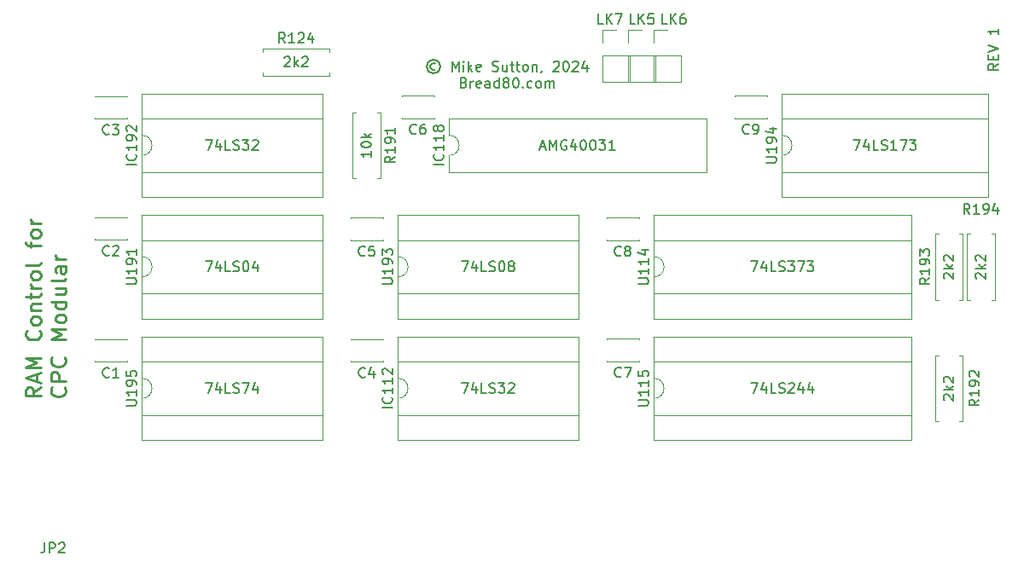
<source format=gto>
G04 #@! TF.GenerationSoftware,KiCad,Pcbnew,(5.1.12)-1*
G04 #@! TF.CreationDate,2024-01-30T17:02:35+00:00*
G04 #@! TF.ProjectId,CPCRAMCtrl,43504352-414d-4437-9472-6c2e6b696361,rev?*
G04 #@! TF.SameCoordinates,Original*
G04 #@! TF.FileFunction,Legend,Top*
G04 #@! TF.FilePolarity,Positive*
%FSLAX46Y46*%
G04 Gerber Fmt 4.6, Leading zero omitted, Abs format (unit mm)*
G04 Created by KiCad (PCBNEW (5.1.12)-1) date 2024-01-30 17:02:35*
%MOMM*%
%LPD*%
G01*
G04 APERTURE LIST*
%ADD10C,0.150000*%
%ADD11C,0.250000*%
%ADD12C,0.120000*%
G04 APERTURE END LIST*
D10*
X196057142Y-108720476D02*
X195961904Y-108672857D01*
X195771428Y-108672857D01*
X195676190Y-108720476D01*
X195580952Y-108815714D01*
X195533333Y-108910952D01*
X195533333Y-109101428D01*
X195580952Y-109196666D01*
X195676190Y-109291904D01*
X195771428Y-109339523D01*
X195961904Y-109339523D01*
X196057142Y-109291904D01*
X195866666Y-108339523D02*
X195628571Y-108387142D01*
X195390476Y-108530000D01*
X195247619Y-108768095D01*
X195200000Y-109006190D01*
X195247619Y-109244285D01*
X195390476Y-109482380D01*
X195628571Y-109625238D01*
X195866666Y-109672857D01*
X196104761Y-109625238D01*
X196342857Y-109482380D01*
X196485714Y-109244285D01*
X196533333Y-109006190D01*
X196485714Y-108768095D01*
X196342857Y-108530000D01*
X196104761Y-108387142D01*
X195866666Y-108339523D01*
X197723809Y-109482380D02*
X197723809Y-108482380D01*
X198057142Y-109196666D01*
X198390476Y-108482380D01*
X198390476Y-109482380D01*
X198866666Y-109482380D02*
X198866666Y-108815714D01*
X198866666Y-108482380D02*
X198819047Y-108530000D01*
X198866666Y-108577619D01*
X198914285Y-108530000D01*
X198866666Y-108482380D01*
X198866666Y-108577619D01*
X199342857Y-109482380D02*
X199342857Y-108482380D01*
X199438095Y-109101428D02*
X199723809Y-109482380D01*
X199723809Y-108815714D02*
X199342857Y-109196666D01*
X200533333Y-109434761D02*
X200438095Y-109482380D01*
X200247619Y-109482380D01*
X200152380Y-109434761D01*
X200104761Y-109339523D01*
X200104761Y-108958571D01*
X200152380Y-108863333D01*
X200247619Y-108815714D01*
X200438095Y-108815714D01*
X200533333Y-108863333D01*
X200580952Y-108958571D01*
X200580952Y-109053809D01*
X200104761Y-109149047D01*
X201723809Y-109434761D02*
X201866666Y-109482380D01*
X202104761Y-109482380D01*
X202200000Y-109434761D01*
X202247619Y-109387142D01*
X202295238Y-109291904D01*
X202295238Y-109196666D01*
X202247619Y-109101428D01*
X202200000Y-109053809D01*
X202104761Y-109006190D01*
X201914285Y-108958571D01*
X201819047Y-108910952D01*
X201771428Y-108863333D01*
X201723809Y-108768095D01*
X201723809Y-108672857D01*
X201771428Y-108577619D01*
X201819047Y-108530000D01*
X201914285Y-108482380D01*
X202152380Y-108482380D01*
X202295238Y-108530000D01*
X203152380Y-108815714D02*
X203152380Y-109482380D01*
X202723809Y-108815714D02*
X202723809Y-109339523D01*
X202771428Y-109434761D01*
X202866666Y-109482380D01*
X203009523Y-109482380D01*
X203104761Y-109434761D01*
X203152380Y-109387142D01*
X203485714Y-108815714D02*
X203866666Y-108815714D01*
X203628571Y-108482380D02*
X203628571Y-109339523D01*
X203676190Y-109434761D01*
X203771428Y-109482380D01*
X203866666Y-109482380D01*
X204057142Y-108815714D02*
X204438095Y-108815714D01*
X204200000Y-108482380D02*
X204200000Y-109339523D01*
X204247619Y-109434761D01*
X204342857Y-109482380D01*
X204438095Y-109482380D01*
X204914285Y-109482380D02*
X204819047Y-109434761D01*
X204771428Y-109387142D01*
X204723809Y-109291904D01*
X204723809Y-109006190D01*
X204771428Y-108910952D01*
X204819047Y-108863333D01*
X204914285Y-108815714D01*
X205057142Y-108815714D01*
X205152380Y-108863333D01*
X205200000Y-108910952D01*
X205247619Y-109006190D01*
X205247619Y-109291904D01*
X205200000Y-109387142D01*
X205152380Y-109434761D01*
X205057142Y-109482380D01*
X204914285Y-109482380D01*
X205676190Y-108815714D02*
X205676190Y-109482380D01*
X205676190Y-108910952D02*
X205723809Y-108863333D01*
X205819047Y-108815714D01*
X205961904Y-108815714D01*
X206057142Y-108863333D01*
X206104761Y-108958571D01*
X206104761Y-109482380D01*
X206628571Y-109434761D02*
X206628571Y-109482380D01*
X206580952Y-109577619D01*
X206533333Y-109625238D01*
X207771428Y-108577619D02*
X207819047Y-108530000D01*
X207914285Y-108482380D01*
X208152380Y-108482380D01*
X208247619Y-108530000D01*
X208295238Y-108577619D01*
X208342857Y-108672857D01*
X208342857Y-108768095D01*
X208295238Y-108910952D01*
X207723809Y-109482380D01*
X208342857Y-109482380D01*
X208961904Y-108482380D02*
X209057142Y-108482380D01*
X209152380Y-108530000D01*
X209200000Y-108577619D01*
X209247619Y-108672857D01*
X209295238Y-108863333D01*
X209295238Y-109101428D01*
X209247619Y-109291904D01*
X209200000Y-109387142D01*
X209152380Y-109434761D01*
X209057142Y-109482380D01*
X208961904Y-109482380D01*
X208866666Y-109434761D01*
X208819047Y-109387142D01*
X208771428Y-109291904D01*
X208723809Y-109101428D01*
X208723809Y-108863333D01*
X208771428Y-108672857D01*
X208819047Y-108577619D01*
X208866666Y-108530000D01*
X208961904Y-108482380D01*
X209676190Y-108577619D02*
X209723809Y-108530000D01*
X209819047Y-108482380D01*
X210057142Y-108482380D01*
X210152380Y-108530000D01*
X210200000Y-108577619D01*
X210247619Y-108672857D01*
X210247619Y-108768095D01*
X210200000Y-108910952D01*
X209628571Y-109482380D01*
X210247619Y-109482380D01*
X211104761Y-108815714D02*
X211104761Y-109482380D01*
X210866666Y-108434761D02*
X210628571Y-109149047D01*
X211247619Y-109149047D01*
X198890476Y-110608571D02*
X199033333Y-110656190D01*
X199080952Y-110703809D01*
X199128571Y-110799047D01*
X199128571Y-110941904D01*
X199080952Y-111037142D01*
X199033333Y-111084761D01*
X198938095Y-111132380D01*
X198557142Y-111132380D01*
X198557142Y-110132380D01*
X198890476Y-110132380D01*
X198985714Y-110180000D01*
X199033333Y-110227619D01*
X199080952Y-110322857D01*
X199080952Y-110418095D01*
X199033333Y-110513333D01*
X198985714Y-110560952D01*
X198890476Y-110608571D01*
X198557142Y-110608571D01*
X199557142Y-111132380D02*
X199557142Y-110465714D01*
X199557142Y-110656190D02*
X199604761Y-110560952D01*
X199652380Y-110513333D01*
X199747619Y-110465714D01*
X199842857Y-110465714D01*
X200557142Y-111084761D02*
X200461904Y-111132380D01*
X200271428Y-111132380D01*
X200176190Y-111084761D01*
X200128571Y-110989523D01*
X200128571Y-110608571D01*
X200176190Y-110513333D01*
X200271428Y-110465714D01*
X200461904Y-110465714D01*
X200557142Y-110513333D01*
X200604761Y-110608571D01*
X200604761Y-110703809D01*
X200128571Y-110799047D01*
X201461904Y-111132380D02*
X201461904Y-110608571D01*
X201414285Y-110513333D01*
X201319047Y-110465714D01*
X201128571Y-110465714D01*
X201033333Y-110513333D01*
X201461904Y-111084761D02*
X201366666Y-111132380D01*
X201128571Y-111132380D01*
X201033333Y-111084761D01*
X200985714Y-110989523D01*
X200985714Y-110894285D01*
X201033333Y-110799047D01*
X201128571Y-110751428D01*
X201366666Y-110751428D01*
X201461904Y-110703809D01*
X202366666Y-111132380D02*
X202366666Y-110132380D01*
X202366666Y-111084761D02*
X202271428Y-111132380D01*
X202080952Y-111132380D01*
X201985714Y-111084761D01*
X201938095Y-111037142D01*
X201890476Y-110941904D01*
X201890476Y-110656190D01*
X201938095Y-110560952D01*
X201985714Y-110513333D01*
X202080952Y-110465714D01*
X202271428Y-110465714D01*
X202366666Y-110513333D01*
X202985714Y-110560952D02*
X202890476Y-110513333D01*
X202842857Y-110465714D01*
X202795238Y-110370476D01*
X202795238Y-110322857D01*
X202842857Y-110227619D01*
X202890476Y-110180000D01*
X202985714Y-110132380D01*
X203176190Y-110132380D01*
X203271428Y-110180000D01*
X203319047Y-110227619D01*
X203366666Y-110322857D01*
X203366666Y-110370476D01*
X203319047Y-110465714D01*
X203271428Y-110513333D01*
X203176190Y-110560952D01*
X202985714Y-110560952D01*
X202890476Y-110608571D01*
X202842857Y-110656190D01*
X202795238Y-110751428D01*
X202795238Y-110941904D01*
X202842857Y-111037142D01*
X202890476Y-111084761D01*
X202985714Y-111132380D01*
X203176190Y-111132380D01*
X203271428Y-111084761D01*
X203319047Y-111037142D01*
X203366666Y-110941904D01*
X203366666Y-110751428D01*
X203319047Y-110656190D01*
X203271428Y-110608571D01*
X203176190Y-110560952D01*
X203985714Y-110132380D02*
X204080952Y-110132380D01*
X204176190Y-110180000D01*
X204223809Y-110227619D01*
X204271428Y-110322857D01*
X204319047Y-110513333D01*
X204319047Y-110751428D01*
X204271428Y-110941904D01*
X204223809Y-111037142D01*
X204176190Y-111084761D01*
X204080952Y-111132380D01*
X203985714Y-111132380D01*
X203890476Y-111084761D01*
X203842857Y-111037142D01*
X203795238Y-110941904D01*
X203747619Y-110751428D01*
X203747619Y-110513333D01*
X203795238Y-110322857D01*
X203842857Y-110227619D01*
X203890476Y-110180000D01*
X203985714Y-110132380D01*
X204747619Y-111037142D02*
X204795238Y-111084761D01*
X204747619Y-111132380D01*
X204700000Y-111084761D01*
X204747619Y-111037142D01*
X204747619Y-111132380D01*
X205652380Y-111084761D02*
X205557142Y-111132380D01*
X205366666Y-111132380D01*
X205271428Y-111084761D01*
X205223809Y-111037142D01*
X205176190Y-110941904D01*
X205176190Y-110656190D01*
X205223809Y-110560952D01*
X205271428Y-110513333D01*
X205366666Y-110465714D01*
X205557142Y-110465714D01*
X205652380Y-110513333D01*
X206223809Y-111132380D02*
X206128571Y-111084761D01*
X206080952Y-111037142D01*
X206033333Y-110941904D01*
X206033333Y-110656190D01*
X206080952Y-110560952D01*
X206128571Y-110513333D01*
X206223809Y-110465714D01*
X206366666Y-110465714D01*
X206461904Y-110513333D01*
X206509523Y-110560952D01*
X206557142Y-110656190D01*
X206557142Y-110941904D01*
X206509523Y-111037142D01*
X206461904Y-111084761D01*
X206366666Y-111132380D01*
X206223809Y-111132380D01*
X206985714Y-111132380D02*
X206985714Y-110465714D01*
X206985714Y-110560952D02*
X207033333Y-110513333D01*
X207128571Y-110465714D01*
X207271428Y-110465714D01*
X207366666Y-110513333D01*
X207414285Y-110608571D01*
X207414285Y-111132380D01*
X207414285Y-110608571D02*
X207461904Y-110513333D01*
X207557142Y-110465714D01*
X207700000Y-110465714D01*
X207795238Y-110513333D01*
X207842857Y-110608571D01*
X207842857Y-111132380D01*
X251912380Y-108743571D02*
X251436190Y-109076904D01*
X251912380Y-109315000D02*
X250912380Y-109315000D01*
X250912380Y-108934047D01*
X250960000Y-108838809D01*
X251007619Y-108791190D01*
X251102857Y-108743571D01*
X251245714Y-108743571D01*
X251340952Y-108791190D01*
X251388571Y-108838809D01*
X251436190Y-108934047D01*
X251436190Y-109315000D01*
X251388571Y-108315000D02*
X251388571Y-107981666D01*
X251912380Y-107838809D02*
X251912380Y-108315000D01*
X250912380Y-108315000D01*
X250912380Y-107838809D01*
X250912380Y-107553095D02*
X251912380Y-107219761D01*
X250912380Y-106886428D01*
X251912380Y-105267380D02*
X251912380Y-105838809D01*
X251912380Y-105553095D02*
X250912380Y-105553095D01*
X251055238Y-105648333D01*
X251150476Y-105743571D01*
X251198095Y-105838809D01*
D11*
X156908571Y-140863214D02*
X156194285Y-141363214D01*
X156908571Y-141720357D02*
X155408571Y-141720357D01*
X155408571Y-141148928D01*
X155480000Y-141006071D01*
X155551428Y-140934642D01*
X155694285Y-140863214D01*
X155908571Y-140863214D01*
X156051428Y-140934642D01*
X156122857Y-141006071D01*
X156194285Y-141148928D01*
X156194285Y-141720357D01*
X156480000Y-140291785D02*
X156480000Y-139577500D01*
X156908571Y-140434642D02*
X155408571Y-139934642D01*
X156908571Y-139434642D01*
X156908571Y-138934642D02*
X155408571Y-138934642D01*
X156480000Y-138434642D01*
X155408571Y-137934642D01*
X156908571Y-137934642D01*
X156765714Y-135220357D02*
X156837142Y-135291785D01*
X156908571Y-135506071D01*
X156908571Y-135648928D01*
X156837142Y-135863214D01*
X156694285Y-136006071D01*
X156551428Y-136077500D01*
X156265714Y-136148928D01*
X156051428Y-136148928D01*
X155765714Y-136077500D01*
X155622857Y-136006071D01*
X155480000Y-135863214D01*
X155408571Y-135648928D01*
X155408571Y-135506071D01*
X155480000Y-135291785D01*
X155551428Y-135220357D01*
X156908571Y-134363214D02*
X156837142Y-134506071D01*
X156765714Y-134577500D01*
X156622857Y-134648928D01*
X156194285Y-134648928D01*
X156051428Y-134577500D01*
X155980000Y-134506071D01*
X155908571Y-134363214D01*
X155908571Y-134148928D01*
X155980000Y-134006071D01*
X156051428Y-133934642D01*
X156194285Y-133863214D01*
X156622857Y-133863214D01*
X156765714Y-133934642D01*
X156837142Y-134006071D01*
X156908571Y-134148928D01*
X156908571Y-134363214D01*
X155908571Y-133220357D02*
X156908571Y-133220357D01*
X156051428Y-133220357D02*
X155980000Y-133148928D01*
X155908571Y-133006071D01*
X155908571Y-132791785D01*
X155980000Y-132648928D01*
X156122857Y-132577500D01*
X156908571Y-132577500D01*
X155908571Y-132077500D02*
X155908571Y-131506071D01*
X155408571Y-131863214D02*
X156694285Y-131863214D01*
X156837142Y-131791785D01*
X156908571Y-131648928D01*
X156908571Y-131506071D01*
X156908571Y-131006071D02*
X155908571Y-131006071D01*
X156194285Y-131006071D02*
X156051428Y-130934642D01*
X155980000Y-130863214D01*
X155908571Y-130720357D01*
X155908571Y-130577500D01*
X156908571Y-129863214D02*
X156837142Y-130006071D01*
X156765714Y-130077500D01*
X156622857Y-130148928D01*
X156194285Y-130148928D01*
X156051428Y-130077500D01*
X155980000Y-130006071D01*
X155908571Y-129863214D01*
X155908571Y-129648928D01*
X155980000Y-129506071D01*
X156051428Y-129434642D01*
X156194285Y-129363214D01*
X156622857Y-129363214D01*
X156765714Y-129434642D01*
X156837142Y-129506071D01*
X156908571Y-129648928D01*
X156908571Y-129863214D01*
X156908571Y-128506071D02*
X156837142Y-128648928D01*
X156694285Y-128720357D01*
X155408571Y-128720357D01*
X155908571Y-127006071D02*
X155908571Y-126434642D01*
X156908571Y-126791785D02*
X155622857Y-126791785D01*
X155480000Y-126720357D01*
X155408571Y-126577500D01*
X155408571Y-126434642D01*
X156908571Y-125720357D02*
X156837142Y-125863214D01*
X156765714Y-125934642D01*
X156622857Y-126006071D01*
X156194285Y-126006071D01*
X156051428Y-125934642D01*
X155980000Y-125863214D01*
X155908571Y-125720357D01*
X155908571Y-125506071D01*
X155980000Y-125363214D01*
X156051428Y-125291785D01*
X156194285Y-125220357D01*
X156622857Y-125220357D01*
X156765714Y-125291785D01*
X156837142Y-125363214D01*
X156908571Y-125506071D01*
X156908571Y-125720357D01*
X156908571Y-124577500D02*
X155908571Y-124577500D01*
X156194285Y-124577500D02*
X156051428Y-124506071D01*
X155980000Y-124434642D01*
X155908571Y-124291785D01*
X155908571Y-124148928D01*
X159265714Y-140863214D02*
X159337142Y-140934642D01*
X159408571Y-141148928D01*
X159408571Y-141291785D01*
X159337142Y-141506071D01*
X159194285Y-141648928D01*
X159051428Y-141720357D01*
X158765714Y-141791785D01*
X158551428Y-141791785D01*
X158265714Y-141720357D01*
X158122857Y-141648928D01*
X157980000Y-141506071D01*
X157908571Y-141291785D01*
X157908571Y-141148928D01*
X157980000Y-140934642D01*
X158051428Y-140863214D01*
X159408571Y-140220357D02*
X157908571Y-140220357D01*
X157908571Y-139648928D01*
X157980000Y-139506071D01*
X158051428Y-139434642D01*
X158194285Y-139363214D01*
X158408571Y-139363214D01*
X158551428Y-139434642D01*
X158622857Y-139506071D01*
X158694285Y-139648928D01*
X158694285Y-140220357D01*
X159265714Y-137863214D02*
X159337142Y-137934642D01*
X159408571Y-138148928D01*
X159408571Y-138291785D01*
X159337142Y-138506071D01*
X159194285Y-138648928D01*
X159051428Y-138720357D01*
X158765714Y-138791785D01*
X158551428Y-138791785D01*
X158265714Y-138720357D01*
X158122857Y-138648928D01*
X157980000Y-138506071D01*
X157908571Y-138291785D01*
X157908571Y-138148928D01*
X157980000Y-137934642D01*
X158051428Y-137863214D01*
X159408571Y-136077500D02*
X157908571Y-136077500D01*
X158980000Y-135577500D01*
X157908571Y-135077500D01*
X159408571Y-135077500D01*
X159408571Y-134148928D02*
X159337142Y-134291785D01*
X159265714Y-134363214D01*
X159122857Y-134434642D01*
X158694285Y-134434642D01*
X158551428Y-134363214D01*
X158480000Y-134291785D01*
X158408571Y-134148928D01*
X158408571Y-133934642D01*
X158480000Y-133791785D01*
X158551428Y-133720357D01*
X158694285Y-133648928D01*
X159122857Y-133648928D01*
X159265714Y-133720357D01*
X159337142Y-133791785D01*
X159408571Y-133934642D01*
X159408571Y-134148928D01*
X159408571Y-132363214D02*
X157908571Y-132363214D01*
X159337142Y-132363214D02*
X159408571Y-132506071D01*
X159408571Y-132791785D01*
X159337142Y-132934642D01*
X159265714Y-133006071D01*
X159122857Y-133077500D01*
X158694285Y-133077500D01*
X158551428Y-133006071D01*
X158480000Y-132934642D01*
X158408571Y-132791785D01*
X158408571Y-132506071D01*
X158480000Y-132363214D01*
X158408571Y-131006071D02*
X159408571Y-131006071D01*
X158408571Y-131648928D02*
X159194285Y-131648928D01*
X159337142Y-131577500D01*
X159408571Y-131434642D01*
X159408571Y-131220357D01*
X159337142Y-131077500D01*
X159265714Y-131006071D01*
X159408571Y-130077500D02*
X159337142Y-130220357D01*
X159194285Y-130291785D01*
X157908571Y-130291785D01*
X159408571Y-128863214D02*
X158622857Y-128863214D01*
X158480000Y-128934642D01*
X158408571Y-129077500D01*
X158408571Y-129363214D01*
X158480000Y-129506071D01*
X159337142Y-128863214D02*
X159408571Y-129006071D01*
X159408571Y-129363214D01*
X159337142Y-129506071D01*
X159194285Y-129577500D01*
X159051428Y-129577500D01*
X158908571Y-129506071D01*
X158837142Y-129363214D01*
X158837142Y-129006071D01*
X158765714Y-128863214D01*
X159408571Y-128148928D02*
X158408571Y-128148928D01*
X158694285Y-128148928D02*
X158551428Y-128077500D01*
X158480000Y-128006071D01*
X158408571Y-127863214D01*
X158408571Y-127720357D01*
D12*
X217745000Y-129905000D02*
X217745000Y-131555000D01*
X217745000Y-131555000D02*
X243265000Y-131555000D01*
X243265000Y-131555000D02*
X243265000Y-126255000D01*
X243265000Y-126255000D02*
X217745000Y-126255000D01*
X217745000Y-126255000D02*
X217745000Y-127905000D01*
X217685000Y-134045000D02*
X243325000Y-134045000D01*
X243325000Y-134045000D02*
X243325000Y-123765000D01*
X243325000Y-123765000D02*
X217685000Y-123765000D01*
X217685000Y-123765000D02*
X217685000Y-134045000D01*
X217745000Y-127905000D02*
G75*
G02*
X217745000Y-129905000I0J-1000000D01*
G01*
X192285000Y-135830000D02*
X192285000Y-146110000D01*
X210305000Y-135830000D02*
X192285000Y-135830000D01*
X210305000Y-146110000D02*
X210305000Y-135830000D01*
X192285000Y-146110000D02*
X210305000Y-146110000D01*
X192345000Y-138320000D02*
X192345000Y-139970000D01*
X210245000Y-138320000D02*
X192345000Y-138320000D01*
X210245000Y-143620000D02*
X210245000Y-138320000D01*
X192345000Y-143620000D02*
X210245000Y-143620000D01*
X192345000Y-141970000D02*
X192345000Y-143620000D01*
X192345000Y-139970000D02*
G75*
G02*
X192345000Y-141970000I0J-1000000D01*
G01*
X178975000Y-107545000D02*
X178975000Y-107215000D01*
X178975000Y-107215000D02*
X185515000Y-107215000D01*
X185515000Y-107215000D02*
X185515000Y-107545000D01*
X178975000Y-109625000D02*
X178975000Y-109955000D01*
X178975000Y-109955000D02*
X185515000Y-109955000D01*
X185515000Y-109955000D02*
X185515000Y-109625000D01*
X166945000Y-141970000D02*
X166945000Y-143620000D01*
X166945000Y-143620000D02*
X184845000Y-143620000D01*
X184845000Y-143620000D02*
X184845000Y-138320000D01*
X184845000Y-138320000D02*
X166945000Y-138320000D01*
X166945000Y-138320000D02*
X166945000Y-139970000D01*
X166885000Y-146110000D02*
X184905000Y-146110000D01*
X184905000Y-146110000D02*
X184905000Y-135830000D01*
X184905000Y-135830000D02*
X166885000Y-135830000D01*
X166885000Y-135830000D02*
X166885000Y-146110000D01*
X166945000Y-139970000D02*
G75*
G02*
X166945000Y-141970000I0J-1000000D01*
G01*
X230445000Y-117840000D02*
X230445000Y-119490000D01*
X230445000Y-119490000D02*
X250885000Y-119490000D01*
X250885000Y-119490000D02*
X250885000Y-114190000D01*
X250885000Y-114190000D02*
X230445000Y-114190000D01*
X230445000Y-114190000D02*
X230445000Y-115840000D01*
X230385000Y-121980000D02*
X250945000Y-121980000D01*
X250945000Y-121980000D02*
X250945000Y-111700000D01*
X250945000Y-111700000D02*
X230385000Y-111700000D01*
X230385000Y-111700000D02*
X230385000Y-121980000D01*
X230445000Y-115840000D02*
G75*
G02*
X230445000Y-117840000I0J-1000000D01*
G01*
X192345000Y-129905000D02*
X192345000Y-131555000D01*
X192345000Y-131555000D02*
X210245000Y-131555000D01*
X210245000Y-131555000D02*
X210245000Y-126255000D01*
X210245000Y-126255000D02*
X192345000Y-126255000D01*
X192345000Y-126255000D02*
X192345000Y-127905000D01*
X192285000Y-134045000D02*
X210305000Y-134045000D01*
X210305000Y-134045000D02*
X210305000Y-123765000D01*
X210305000Y-123765000D02*
X192285000Y-123765000D01*
X192285000Y-123765000D02*
X192285000Y-134045000D01*
X192345000Y-127905000D02*
G75*
G02*
X192345000Y-129905000I0J-1000000D01*
G01*
X166945000Y-129905000D02*
X166945000Y-131555000D01*
X166945000Y-131555000D02*
X184845000Y-131555000D01*
X184845000Y-131555000D02*
X184845000Y-126255000D01*
X184845000Y-126255000D02*
X166945000Y-126255000D01*
X166945000Y-126255000D02*
X166945000Y-127905000D01*
X166885000Y-134045000D02*
X184905000Y-134045000D01*
X184905000Y-134045000D02*
X184905000Y-123765000D01*
X184905000Y-123765000D02*
X166885000Y-123765000D01*
X166885000Y-123765000D02*
X166885000Y-134045000D01*
X166945000Y-127905000D02*
G75*
G02*
X166945000Y-129905000I0J-1000000D01*
G01*
X217745000Y-141970000D02*
X217745000Y-143620000D01*
X217745000Y-143620000D02*
X243265000Y-143620000D01*
X243265000Y-143620000D02*
X243265000Y-138320000D01*
X243265000Y-138320000D02*
X217745000Y-138320000D01*
X217745000Y-138320000D02*
X217745000Y-139970000D01*
X217685000Y-146110000D02*
X243325000Y-146110000D01*
X243325000Y-146110000D02*
X243325000Y-135830000D01*
X243325000Y-135830000D02*
X217685000Y-135830000D01*
X217685000Y-135830000D02*
X217685000Y-146110000D01*
X217745000Y-139970000D02*
G75*
G02*
X217745000Y-141970000I0J-1000000D01*
G01*
X249150000Y-132175000D02*
X248820000Y-132175000D01*
X248820000Y-132175000D02*
X248820000Y-125635000D01*
X248820000Y-125635000D02*
X249150000Y-125635000D01*
X251230000Y-132175000D02*
X251560000Y-132175000D01*
X251560000Y-132175000D02*
X251560000Y-125635000D01*
X251560000Y-125635000D02*
X251230000Y-125635000D01*
X245975000Y-132175000D02*
X245645000Y-132175000D01*
X245645000Y-132175000D02*
X245645000Y-125635000D01*
X245645000Y-125635000D02*
X245975000Y-125635000D01*
X248055000Y-132175000D02*
X248385000Y-132175000D01*
X248385000Y-132175000D02*
X248385000Y-125635000D01*
X248385000Y-125635000D02*
X248055000Y-125635000D01*
X245975000Y-144240000D02*
X245645000Y-144240000D01*
X245645000Y-144240000D02*
X245645000Y-137700000D01*
X245645000Y-137700000D02*
X245975000Y-137700000D01*
X248055000Y-144240000D02*
X248385000Y-144240000D01*
X248385000Y-144240000D02*
X248385000Y-137700000D01*
X248385000Y-137700000D02*
X248055000Y-137700000D01*
X190270000Y-113570000D02*
X190600000Y-113570000D01*
X190600000Y-113570000D02*
X190600000Y-120110000D01*
X190600000Y-120110000D02*
X190270000Y-120110000D01*
X188190000Y-113570000D02*
X187860000Y-113570000D01*
X187860000Y-113570000D02*
X187860000Y-120110000D01*
X187860000Y-120110000D02*
X188190000Y-120110000D01*
X166945000Y-117840000D02*
X166945000Y-119490000D01*
X166945000Y-119490000D02*
X184845000Y-119490000D01*
X184845000Y-119490000D02*
X184845000Y-114190000D01*
X184845000Y-114190000D02*
X166945000Y-114190000D01*
X166945000Y-114190000D02*
X166945000Y-115840000D01*
X166885000Y-121980000D02*
X184905000Y-121980000D01*
X184905000Y-121980000D02*
X184905000Y-111700000D01*
X184905000Y-111700000D02*
X166885000Y-111700000D01*
X166885000Y-111700000D02*
X166885000Y-121980000D01*
X166945000Y-115840000D02*
G75*
G02*
X166945000Y-117840000I0J-1000000D01*
G01*
X228970000Y-114150000D02*
X225730000Y-114150000D01*
X228970000Y-111910000D02*
X225730000Y-111910000D01*
X228970000Y-114150000D02*
X228970000Y-114085000D01*
X228970000Y-111975000D02*
X228970000Y-111910000D01*
X225730000Y-114150000D02*
X225730000Y-114085000D01*
X225730000Y-111975000D02*
X225730000Y-111910000D01*
X212665000Y-105350000D02*
X213995000Y-105350000D01*
X212665000Y-106680000D02*
X212665000Y-105350000D01*
X212665000Y-107950000D02*
X215325000Y-107950000D01*
X215325000Y-107950000D02*
X215325000Y-110550000D01*
X212665000Y-107950000D02*
X212665000Y-110550000D01*
X212665000Y-110550000D02*
X215325000Y-110550000D01*
X217745000Y-105350000D02*
X219075000Y-105350000D01*
X217745000Y-106680000D02*
X217745000Y-105350000D01*
X217745000Y-107950000D02*
X220405000Y-107950000D01*
X220405000Y-107950000D02*
X220405000Y-110550000D01*
X217745000Y-107950000D02*
X217745000Y-110550000D01*
X217745000Y-110550000D02*
X220405000Y-110550000D01*
X215205000Y-105350000D02*
X216535000Y-105350000D01*
X215205000Y-106680000D02*
X215205000Y-105350000D01*
X215205000Y-107950000D02*
X217865000Y-107950000D01*
X217865000Y-107950000D02*
X217865000Y-110550000D01*
X215205000Y-107950000D02*
X215205000Y-110550000D01*
X215205000Y-110550000D02*
X217865000Y-110550000D01*
X197425000Y-114190000D02*
X197425000Y-115840000D01*
X222945000Y-114190000D02*
X197425000Y-114190000D01*
X222945000Y-119490000D02*
X222945000Y-114190000D01*
X197425000Y-119490000D02*
X222945000Y-119490000D01*
X197425000Y-117840000D02*
X197425000Y-119490000D01*
X197425000Y-115840000D02*
G75*
G02*
X197425000Y-117840000I0J-1000000D01*
G01*
X213030000Y-124080000D02*
X213030000Y-124015000D01*
X213030000Y-126255000D02*
X213030000Y-126190000D01*
X216270000Y-124080000D02*
X216270000Y-124015000D01*
X216270000Y-126255000D02*
X216270000Y-126190000D01*
X216270000Y-124015000D02*
X213030000Y-124015000D01*
X216270000Y-126255000D02*
X213030000Y-126255000D01*
X213030000Y-136105000D02*
X213030000Y-136040000D01*
X213030000Y-138280000D02*
X213030000Y-138215000D01*
X216270000Y-136105000D02*
X216270000Y-136040000D01*
X216270000Y-138280000D02*
X216270000Y-138215000D01*
X216270000Y-136040000D02*
X213030000Y-136040000D01*
X216270000Y-138280000D02*
X213030000Y-138280000D01*
X192710000Y-111975000D02*
X192710000Y-111910000D01*
X192710000Y-114150000D02*
X192710000Y-114085000D01*
X195950000Y-111975000D02*
X195950000Y-111910000D01*
X195950000Y-114150000D02*
X195950000Y-114085000D01*
X195950000Y-111910000D02*
X192710000Y-111910000D01*
X195950000Y-114150000D02*
X192710000Y-114150000D01*
X187630000Y-124080000D02*
X187630000Y-124015000D01*
X187630000Y-126255000D02*
X187630000Y-126190000D01*
X190870000Y-124080000D02*
X190870000Y-124015000D01*
X190870000Y-126255000D02*
X190870000Y-126190000D01*
X190870000Y-124015000D02*
X187630000Y-124015000D01*
X190870000Y-126255000D02*
X187630000Y-126255000D01*
X187630000Y-136145000D02*
X187630000Y-136080000D01*
X187630000Y-138320000D02*
X187630000Y-138255000D01*
X190870000Y-136145000D02*
X190870000Y-136080000D01*
X190870000Y-138320000D02*
X190870000Y-138255000D01*
X190870000Y-136080000D02*
X187630000Y-136080000D01*
X190870000Y-138320000D02*
X187630000Y-138320000D01*
X162230000Y-112015000D02*
X162230000Y-111950000D01*
X162230000Y-114190000D02*
X162230000Y-114125000D01*
X165470000Y-112015000D02*
X165470000Y-111950000D01*
X165470000Y-114190000D02*
X165470000Y-114125000D01*
X165470000Y-111950000D02*
X162230000Y-111950000D01*
X165470000Y-114190000D02*
X162230000Y-114190000D01*
X162230000Y-124040000D02*
X162230000Y-123975000D01*
X162230000Y-126215000D02*
X162230000Y-126150000D01*
X165470000Y-124040000D02*
X165470000Y-123975000D01*
X165470000Y-126215000D02*
X165470000Y-126150000D01*
X165470000Y-123975000D02*
X162230000Y-123975000D01*
X165470000Y-126215000D02*
X162230000Y-126215000D01*
X162230000Y-136145000D02*
X162230000Y-136080000D01*
X162230000Y-138320000D02*
X162230000Y-138255000D01*
X165470000Y-136145000D02*
X165470000Y-136080000D01*
X165470000Y-138320000D02*
X165470000Y-138255000D01*
X165470000Y-136080000D02*
X162230000Y-136080000D01*
X165470000Y-138320000D02*
X162230000Y-138320000D01*
D10*
X157281666Y-156297380D02*
X157281666Y-157011666D01*
X157234047Y-157154523D01*
X157138809Y-157249761D01*
X156995952Y-157297380D01*
X156900714Y-157297380D01*
X157757857Y-157297380D02*
X157757857Y-156297380D01*
X158138809Y-156297380D01*
X158234047Y-156345000D01*
X158281666Y-156392619D01*
X158329285Y-156487857D01*
X158329285Y-156630714D01*
X158281666Y-156725952D01*
X158234047Y-156773571D01*
X158138809Y-156821190D01*
X157757857Y-156821190D01*
X158710238Y-156392619D02*
X158757857Y-156345000D01*
X158853095Y-156297380D01*
X159091190Y-156297380D01*
X159186428Y-156345000D01*
X159234047Y-156392619D01*
X159281666Y-156487857D01*
X159281666Y-156583095D01*
X159234047Y-156725952D01*
X158662619Y-157297380D01*
X159281666Y-157297380D01*
X216197380Y-130619285D02*
X217006904Y-130619285D01*
X217102142Y-130571666D01*
X217149761Y-130524047D01*
X217197380Y-130428809D01*
X217197380Y-130238333D01*
X217149761Y-130143095D01*
X217102142Y-130095476D01*
X217006904Y-130047857D01*
X216197380Y-130047857D01*
X217197380Y-129047857D02*
X217197380Y-129619285D01*
X217197380Y-129333571D02*
X216197380Y-129333571D01*
X216340238Y-129428809D01*
X216435476Y-129524047D01*
X216483095Y-129619285D01*
X217197380Y-128095476D02*
X217197380Y-128666904D01*
X217197380Y-128381190D02*
X216197380Y-128381190D01*
X216340238Y-128476428D01*
X216435476Y-128571666D01*
X216483095Y-128666904D01*
X216530714Y-127238333D02*
X217197380Y-127238333D01*
X216149761Y-127476428D02*
X216864047Y-127714523D01*
X216864047Y-127095476D01*
X227385952Y-128357380D02*
X228052619Y-128357380D01*
X227624047Y-129357380D01*
X228862142Y-128690714D02*
X228862142Y-129357380D01*
X228624047Y-128309761D02*
X228385952Y-129024047D01*
X229005000Y-129024047D01*
X229862142Y-129357380D02*
X229385952Y-129357380D01*
X229385952Y-128357380D01*
X230147857Y-129309761D02*
X230290714Y-129357380D01*
X230528809Y-129357380D01*
X230624047Y-129309761D01*
X230671666Y-129262142D01*
X230719285Y-129166904D01*
X230719285Y-129071666D01*
X230671666Y-128976428D01*
X230624047Y-128928809D01*
X230528809Y-128881190D01*
X230338333Y-128833571D01*
X230243095Y-128785952D01*
X230195476Y-128738333D01*
X230147857Y-128643095D01*
X230147857Y-128547857D01*
X230195476Y-128452619D01*
X230243095Y-128405000D01*
X230338333Y-128357380D01*
X230576428Y-128357380D01*
X230719285Y-128405000D01*
X231052619Y-128357380D02*
X231671666Y-128357380D01*
X231338333Y-128738333D01*
X231481190Y-128738333D01*
X231576428Y-128785952D01*
X231624047Y-128833571D01*
X231671666Y-128928809D01*
X231671666Y-129166904D01*
X231624047Y-129262142D01*
X231576428Y-129309761D01*
X231481190Y-129357380D01*
X231195476Y-129357380D01*
X231100238Y-129309761D01*
X231052619Y-129262142D01*
X232005000Y-128357380D02*
X232671666Y-128357380D01*
X232243095Y-129357380D01*
X232957380Y-128357380D02*
X233576428Y-128357380D01*
X233243095Y-128738333D01*
X233385952Y-128738333D01*
X233481190Y-128785952D01*
X233528809Y-128833571D01*
X233576428Y-128928809D01*
X233576428Y-129166904D01*
X233528809Y-129262142D01*
X233481190Y-129309761D01*
X233385952Y-129357380D01*
X233100238Y-129357380D01*
X233005000Y-129309761D01*
X232957380Y-129262142D01*
X191797380Y-142898571D02*
X190797380Y-142898571D01*
X191702142Y-141850952D02*
X191749761Y-141898571D01*
X191797380Y-142041428D01*
X191797380Y-142136666D01*
X191749761Y-142279523D01*
X191654523Y-142374761D01*
X191559285Y-142422380D01*
X191368809Y-142470000D01*
X191225952Y-142470000D01*
X191035476Y-142422380D01*
X190940238Y-142374761D01*
X190845000Y-142279523D01*
X190797380Y-142136666D01*
X190797380Y-142041428D01*
X190845000Y-141898571D01*
X190892619Y-141850952D01*
X191797380Y-140898571D02*
X191797380Y-141470000D01*
X191797380Y-141184285D02*
X190797380Y-141184285D01*
X190940238Y-141279523D01*
X191035476Y-141374761D01*
X191083095Y-141470000D01*
X191797380Y-139946190D02*
X191797380Y-140517619D01*
X191797380Y-140231904D02*
X190797380Y-140231904D01*
X190940238Y-140327142D01*
X191035476Y-140422380D01*
X191083095Y-140517619D01*
X190892619Y-139565238D02*
X190845000Y-139517619D01*
X190797380Y-139422380D01*
X190797380Y-139184285D01*
X190845000Y-139089047D01*
X190892619Y-139041428D01*
X190987857Y-138993809D01*
X191083095Y-138993809D01*
X191225952Y-139041428D01*
X191797380Y-139612857D01*
X191797380Y-138993809D01*
X198652142Y-140422380D02*
X199318809Y-140422380D01*
X198890238Y-141422380D01*
X200128333Y-140755714D02*
X200128333Y-141422380D01*
X199890238Y-140374761D02*
X199652142Y-141089047D01*
X200271190Y-141089047D01*
X201128333Y-141422380D02*
X200652142Y-141422380D01*
X200652142Y-140422380D01*
X201414047Y-141374761D02*
X201556904Y-141422380D01*
X201795000Y-141422380D01*
X201890238Y-141374761D01*
X201937857Y-141327142D01*
X201985476Y-141231904D01*
X201985476Y-141136666D01*
X201937857Y-141041428D01*
X201890238Y-140993809D01*
X201795000Y-140946190D01*
X201604523Y-140898571D01*
X201509285Y-140850952D01*
X201461666Y-140803333D01*
X201414047Y-140708095D01*
X201414047Y-140612857D01*
X201461666Y-140517619D01*
X201509285Y-140470000D01*
X201604523Y-140422380D01*
X201842619Y-140422380D01*
X201985476Y-140470000D01*
X202318809Y-140422380D02*
X202937857Y-140422380D01*
X202604523Y-140803333D01*
X202747380Y-140803333D01*
X202842619Y-140850952D01*
X202890238Y-140898571D01*
X202937857Y-140993809D01*
X202937857Y-141231904D01*
X202890238Y-141327142D01*
X202842619Y-141374761D01*
X202747380Y-141422380D01*
X202461666Y-141422380D01*
X202366428Y-141374761D01*
X202318809Y-141327142D01*
X203318809Y-140517619D02*
X203366428Y-140470000D01*
X203461666Y-140422380D01*
X203699761Y-140422380D01*
X203795000Y-140470000D01*
X203842619Y-140517619D01*
X203890238Y-140612857D01*
X203890238Y-140708095D01*
X203842619Y-140850952D01*
X203271190Y-141422380D01*
X203890238Y-141422380D01*
X181125952Y-106667380D02*
X180792619Y-106191190D01*
X180554523Y-106667380D02*
X180554523Y-105667380D01*
X180935476Y-105667380D01*
X181030714Y-105715000D01*
X181078333Y-105762619D01*
X181125952Y-105857857D01*
X181125952Y-106000714D01*
X181078333Y-106095952D01*
X181030714Y-106143571D01*
X180935476Y-106191190D01*
X180554523Y-106191190D01*
X182078333Y-106667380D02*
X181506904Y-106667380D01*
X181792619Y-106667380D02*
X181792619Y-105667380D01*
X181697380Y-105810238D01*
X181602142Y-105905476D01*
X181506904Y-105953095D01*
X182459285Y-105762619D02*
X182506904Y-105715000D01*
X182602142Y-105667380D01*
X182840238Y-105667380D01*
X182935476Y-105715000D01*
X182983095Y-105762619D01*
X183030714Y-105857857D01*
X183030714Y-105953095D01*
X182983095Y-106095952D01*
X182411666Y-106667380D01*
X183030714Y-106667380D01*
X183887857Y-106000714D02*
X183887857Y-106667380D01*
X183649761Y-105619761D02*
X183411666Y-106334047D01*
X184030714Y-106334047D01*
X181078333Y-108132619D02*
X181125952Y-108085000D01*
X181221190Y-108037380D01*
X181459285Y-108037380D01*
X181554523Y-108085000D01*
X181602142Y-108132619D01*
X181649761Y-108227857D01*
X181649761Y-108323095D01*
X181602142Y-108465952D01*
X181030714Y-109037380D01*
X181649761Y-109037380D01*
X182078333Y-109037380D02*
X182078333Y-108037380D01*
X182173571Y-108656428D02*
X182459285Y-109037380D01*
X182459285Y-108370714D02*
X182078333Y-108751666D01*
X182840238Y-108132619D02*
X182887857Y-108085000D01*
X182983095Y-108037380D01*
X183221190Y-108037380D01*
X183316428Y-108085000D01*
X183364047Y-108132619D01*
X183411666Y-108227857D01*
X183411666Y-108323095D01*
X183364047Y-108465952D01*
X182792619Y-109037380D01*
X183411666Y-109037380D01*
X165397380Y-142684285D02*
X166206904Y-142684285D01*
X166302142Y-142636666D01*
X166349761Y-142589047D01*
X166397380Y-142493809D01*
X166397380Y-142303333D01*
X166349761Y-142208095D01*
X166302142Y-142160476D01*
X166206904Y-142112857D01*
X165397380Y-142112857D01*
X166397380Y-141112857D02*
X166397380Y-141684285D01*
X166397380Y-141398571D02*
X165397380Y-141398571D01*
X165540238Y-141493809D01*
X165635476Y-141589047D01*
X165683095Y-141684285D01*
X166397380Y-140636666D02*
X166397380Y-140446190D01*
X166349761Y-140350952D01*
X166302142Y-140303333D01*
X166159285Y-140208095D01*
X165968809Y-140160476D01*
X165587857Y-140160476D01*
X165492619Y-140208095D01*
X165445000Y-140255714D01*
X165397380Y-140350952D01*
X165397380Y-140541428D01*
X165445000Y-140636666D01*
X165492619Y-140684285D01*
X165587857Y-140731904D01*
X165825952Y-140731904D01*
X165921190Y-140684285D01*
X165968809Y-140636666D01*
X166016428Y-140541428D01*
X166016428Y-140350952D01*
X165968809Y-140255714D01*
X165921190Y-140208095D01*
X165825952Y-140160476D01*
X165397380Y-139255714D02*
X165397380Y-139731904D01*
X165873571Y-139779523D01*
X165825952Y-139731904D01*
X165778333Y-139636666D01*
X165778333Y-139398571D01*
X165825952Y-139303333D01*
X165873571Y-139255714D01*
X165968809Y-139208095D01*
X166206904Y-139208095D01*
X166302142Y-139255714D01*
X166349761Y-139303333D01*
X166397380Y-139398571D01*
X166397380Y-139636666D01*
X166349761Y-139731904D01*
X166302142Y-139779523D01*
X173252142Y-140422380D02*
X173918809Y-140422380D01*
X173490238Y-141422380D01*
X174728333Y-140755714D02*
X174728333Y-141422380D01*
X174490238Y-140374761D02*
X174252142Y-141089047D01*
X174871190Y-141089047D01*
X175728333Y-141422380D02*
X175252142Y-141422380D01*
X175252142Y-140422380D01*
X176014047Y-141374761D02*
X176156904Y-141422380D01*
X176395000Y-141422380D01*
X176490238Y-141374761D01*
X176537857Y-141327142D01*
X176585476Y-141231904D01*
X176585476Y-141136666D01*
X176537857Y-141041428D01*
X176490238Y-140993809D01*
X176395000Y-140946190D01*
X176204523Y-140898571D01*
X176109285Y-140850952D01*
X176061666Y-140803333D01*
X176014047Y-140708095D01*
X176014047Y-140612857D01*
X176061666Y-140517619D01*
X176109285Y-140470000D01*
X176204523Y-140422380D01*
X176442619Y-140422380D01*
X176585476Y-140470000D01*
X176918809Y-140422380D02*
X177585476Y-140422380D01*
X177156904Y-141422380D01*
X178395000Y-140755714D02*
X178395000Y-141422380D01*
X178156904Y-140374761D02*
X177918809Y-141089047D01*
X178537857Y-141089047D01*
X228897380Y-118554285D02*
X229706904Y-118554285D01*
X229802142Y-118506666D01*
X229849761Y-118459047D01*
X229897380Y-118363809D01*
X229897380Y-118173333D01*
X229849761Y-118078095D01*
X229802142Y-118030476D01*
X229706904Y-117982857D01*
X228897380Y-117982857D01*
X229897380Y-116982857D02*
X229897380Y-117554285D01*
X229897380Y-117268571D02*
X228897380Y-117268571D01*
X229040238Y-117363809D01*
X229135476Y-117459047D01*
X229183095Y-117554285D01*
X229897380Y-116506666D02*
X229897380Y-116316190D01*
X229849761Y-116220952D01*
X229802142Y-116173333D01*
X229659285Y-116078095D01*
X229468809Y-116030476D01*
X229087857Y-116030476D01*
X228992619Y-116078095D01*
X228945000Y-116125714D01*
X228897380Y-116220952D01*
X228897380Y-116411428D01*
X228945000Y-116506666D01*
X228992619Y-116554285D01*
X229087857Y-116601904D01*
X229325952Y-116601904D01*
X229421190Y-116554285D01*
X229468809Y-116506666D01*
X229516428Y-116411428D01*
X229516428Y-116220952D01*
X229468809Y-116125714D01*
X229421190Y-116078095D01*
X229325952Y-116030476D01*
X229230714Y-115173333D02*
X229897380Y-115173333D01*
X228849761Y-115411428D02*
X229564047Y-115649523D01*
X229564047Y-115030476D01*
X237545952Y-116292380D02*
X238212619Y-116292380D01*
X237784047Y-117292380D01*
X239022142Y-116625714D02*
X239022142Y-117292380D01*
X238784047Y-116244761D02*
X238545952Y-116959047D01*
X239165000Y-116959047D01*
X240022142Y-117292380D02*
X239545952Y-117292380D01*
X239545952Y-116292380D01*
X240307857Y-117244761D02*
X240450714Y-117292380D01*
X240688809Y-117292380D01*
X240784047Y-117244761D01*
X240831666Y-117197142D01*
X240879285Y-117101904D01*
X240879285Y-117006666D01*
X240831666Y-116911428D01*
X240784047Y-116863809D01*
X240688809Y-116816190D01*
X240498333Y-116768571D01*
X240403095Y-116720952D01*
X240355476Y-116673333D01*
X240307857Y-116578095D01*
X240307857Y-116482857D01*
X240355476Y-116387619D01*
X240403095Y-116340000D01*
X240498333Y-116292380D01*
X240736428Y-116292380D01*
X240879285Y-116340000D01*
X241831666Y-117292380D02*
X241260238Y-117292380D01*
X241545952Y-117292380D02*
X241545952Y-116292380D01*
X241450714Y-116435238D01*
X241355476Y-116530476D01*
X241260238Y-116578095D01*
X242165000Y-116292380D02*
X242831666Y-116292380D01*
X242403095Y-117292380D01*
X243117380Y-116292380D02*
X243736428Y-116292380D01*
X243403095Y-116673333D01*
X243545952Y-116673333D01*
X243641190Y-116720952D01*
X243688809Y-116768571D01*
X243736428Y-116863809D01*
X243736428Y-117101904D01*
X243688809Y-117197142D01*
X243641190Y-117244761D01*
X243545952Y-117292380D01*
X243260238Y-117292380D01*
X243165000Y-117244761D01*
X243117380Y-117197142D01*
X190797380Y-130619285D02*
X191606904Y-130619285D01*
X191702142Y-130571666D01*
X191749761Y-130524047D01*
X191797380Y-130428809D01*
X191797380Y-130238333D01*
X191749761Y-130143095D01*
X191702142Y-130095476D01*
X191606904Y-130047857D01*
X190797380Y-130047857D01*
X191797380Y-129047857D02*
X191797380Y-129619285D01*
X191797380Y-129333571D02*
X190797380Y-129333571D01*
X190940238Y-129428809D01*
X191035476Y-129524047D01*
X191083095Y-129619285D01*
X191797380Y-128571666D02*
X191797380Y-128381190D01*
X191749761Y-128285952D01*
X191702142Y-128238333D01*
X191559285Y-128143095D01*
X191368809Y-128095476D01*
X190987857Y-128095476D01*
X190892619Y-128143095D01*
X190845000Y-128190714D01*
X190797380Y-128285952D01*
X190797380Y-128476428D01*
X190845000Y-128571666D01*
X190892619Y-128619285D01*
X190987857Y-128666904D01*
X191225952Y-128666904D01*
X191321190Y-128619285D01*
X191368809Y-128571666D01*
X191416428Y-128476428D01*
X191416428Y-128285952D01*
X191368809Y-128190714D01*
X191321190Y-128143095D01*
X191225952Y-128095476D01*
X190797380Y-127762142D02*
X190797380Y-127143095D01*
X191178333Y-127476428D01*
X191178333Y-127333571D01*
X191225952Y-127238333D01*
X191273571Y-127190714D01*
X191368809Y-127143095D01*
X191606904Y-127143095D01*
X191702142Y-127190714D01*
X191749761Y-127238333D01*
X191797380Y-127333571D01*
X191797380Y-127619285D01*
X191749761Y-127714523D01*
X191702142Y-127762142D01*
X198652142Y-128357380D02*
X199318809Y-128357380D01*
X198890238Y-129357380D01*
X200128333Y-128690714D02*
X200128333Y-129357380D01*
X199890238Y-128309761D02*
X199652142Y-129024047D01*
X200271190Y-129024047D01*
X201128333Y-129357380D02*
X200652142Y-129357380D01*
X200652142Y-128357380D01*
X201414047Y-129309761D02*
X201556904Y-129357380D01*
X201795000Y-129357380D01*
X201890238Y-129309761D01*
X201937857Y-129262142D01*
X201985476Y-129166904D01*
X201985476Y-129071666D01*
X201937857Y-128976428D01*
X201890238Y-128928809D01*
X201795000Y-128881190D01*
X201604523Y-128833571D01*
X201509285Y-128785952D01*
X201461666Y-128738333D01*
X201414047Y-128643095D01*
X201414047Y-128547857D01*
X201461666Y-128452619D01*
X201509285Y-128405000D01*
X201604523Y-128357380D01*
X201842619Y-128357380D01*
X201985476Y-128405000D01*
X202604523Y-128357380D02*
X202699761Y-128357380D01*
X202795000Y-128405000D01*
X202842619Y-128452619D01*
X202890238Y-128547857D01*
X202937857Y-128738333D01*
X202937857Y-128976428D01*
X202890238Y-129166904D01*
X202842619Y-129262142D01*
X202795000Y-129309761D01*
X202699761Y-129357380D01*
X202604523Y-129357380D01*
X202509285Y-129309761D01*
X202461666Y-129262142D01*
X202414047Y-129166904D01*
X202366428Y-128976428D01*
X202366428Y-128738333D01*
X202414047Y-128547857D01*
X202461666Y-128452619D01*
X202509285Y-128405000D01*
X202604523Y-128357380D01*
X203509285Y-128785952D02*
X203414047Y-128738333D01*
X203366428Y-128690714D01*
X203318809Y-128595476D01*
X203318809Y-128547857D01*
X203366428Y-128452619D01*
X203414047Y-128405000D01*
X203509285Y-128357380D01*
X203699761Y-128357380D01*
X203795000Y-128405000D01*
X203842619Y-128452619D01*
X203890238Y-128547857D01*
X203890238Y-128595476D01*
X203842619Y-128690714D01*
X203795000Y-128738333D01*
X203699761Y-128785952D01*
X203509285Y-128785952D01*
X203414047Y-128833571D01*
X203366428Y-128881190D01*
X203318809Y-128976428D01*
X203318809Y-129166904D01*
X203366428Y-129262142D01*
X203414047Y-129309761D01*
X203509285Y-129357380D01*
X203699761Y-129357380D01*
X203795000Y-129309761D01*
X203842619Y-129262142D01*
X203890238Y-129166904D01*
X203890238Y-128976428D01*
X203842619Y-128881190D01*
X203795000Y-128833571D01*
X203699761Y-128785952D01*
X165397380Y-130619285D02*
X166206904Y-130619285D01*
X166302142Y-130571666D01*
X166349761Y-130524047D01*
X166397380Y-130428809D01*
X166397380Y-130238333D01*
X166349761Y-130143095D01*
X166302142Y-130095476D01*
X166206904Y-130047857D01*
X165397380Y-130047857D01*
X166397380Y-129047857D02*
X166397380Y-129619285D01*
X166397380Y-129333571D02*
X165397380Y-129333571D01*
X165540238Y-129428809D01*
X165635476Y-129524047D01*
X165683095Y-129619285D01*
X166397380Y-128571666D02*
X166397380Y-128381190D01*
X166349761Y-128285952D01*
X166302142Y-128238333D01*
X166159285Y-128143095D01*
X165968809Y-128095476D01*
X165587857Y-128095476D01*
X165492619Y-128143095D01*
X165445000Y-128190714D01*
X165397380Y-128285952D01*
X165397380Y-128476428D01*
X165445000Y-128571666D01*
X165492619Y-128619285D01*
X165587857Y-128666904D01*
X165825952Y-128666904D01*
X165921190Y-128619285D01*
X165968809Y-128571666D01*
X166016428Y-128476428D01*
X166016428Y-128285952D01*
X165968809Y-128190714D01*
X165921190Y-128143095D01*
X165825952Y-128095476D01*
X166397380Y-127143095D02*
X166397380Y-127714523D01*
X166397380Y-127428809D02*
X165397380Y-127428809D01*
X165540238Y-127524047D01*
X165635476Y-127619285D01*
X165683095Y-127714523D01*
X173252142Y-128357380D02*
X173918809Y-128357380D01*
X173490238Y-129357380D01*
X174728333Y-128690714D02*
X174728333Y-129357380D01*
X174490238Y-128309761D02*
X174252142Y-129024047D01*
X174871190Y-129024047D01*
X175728333Y-129357380D02*
X175252142Y-129357380D01*
X175252142Y-128357380D01*
X176014047Y-129309761D02*
X176156904Y-129357380D01*
X176395000Y-129357380D01*
X176490238Y-129309761D01*
X176537857Y-129262142D01*
X176585476Y-129166904D01*
X176585476Y-129071666D01*
X176537857Y-128976428D01*
X176490238Y-128928809D01*
X176395000Y-128881190D01*
X176204523Y-128833571D01*
X176109285Y-128785952D01*
X176061666Y-128738333D01*
X176014047Y-128643095D01*
X176014047Y-128547857D01*
X176061666Y-128452619D01*
X176109285Y-128405000D01*
X176204523Y-128357380D01*
X176442619Y-128357380D01*
X176585476Y-128405000D01*
X177204523Y-128357380D02*
X177299761Y-128357380D01*
X177395000Y-128405000D01*
X177442619Y-128452619D01*
X177490238Y-128547857D01*
X177537857Y-128738333D01*
X177537857Y-128976428D01*
X177490238Y-129166904D01*
X177442619Y-129262142D01*
X177395000Y-129309761D01*
X177299761Y-129357380D01*
X177204523Y-129357380D01*
X177109285Y-129309761D01*
X177061666Y-129262142D01*
X177014047Y-129166904D01*
X176966428Y-128976428D01*
X176966428Y-128738333D01*
X177014047Y-128547857D01*
X177061666Y-128452619D01*
X177109285Y-128405000D01*
X177204523Y-128357380D01*
X178395000Y-128690714D02*
X178395000Y-129357380D01*
X178156904Y-128309761D02*
X177918809Y-129024047D01*
X178537857Y-129024047D01*
X216197380Y-142684285D02*
X217006904Y-142684285D01*
X217102142Y-142636666D01*
X217149761Y-142589047D01*
X217197380Y-142493809D01*
X217197380Y-142303333D01*
X217149761Y-142208095D01*
X217102142Y-142160476D01*
X217006904Y-142112857D01*
X216197380Y-142112857D01*
X217197380Y-141112857D02*
X217197380Y-141684285D01*
X217197380Y-141398571D02*
X216197380Y-141398571D01*
X216340238Y-141493809D01*
X216435476Y-141589047D01*
X216483095Y-141684285D01*
X217197380Y-140160476D02*
X217197380Y-140731904D01*
X217197380Y-140446190D02*
X216197380Y-140446190D01*
X216340238Y-140541428D01*
X216435476Y-140636666D01*
X216483095Y-140731904D01*
X216197380Y-139255714D02*
X216197380Y-139731904D01*
X216673571Y-139779523D01*
X216625952Y-139731904D01*
X216578333Y-139636666D01*
X216578333Y-139398571D01*
X216625952Y-139303333D01*
X216673571Y-139255714D01*
X216768809Y-139208095D01*
X217006904Y-139208095D01*
X217102142Y-139255714D01*
X217149761Y-139303333D01*
X217197380Y-139398571D01*
X217197380Y-139636666D01*
X217149761Y-139731904D01*
X217102142Y-139779523D01*
X227385952Y-140422380D02*
X228052619Y-140422380D01*
X227624047Y-141422380D01*
X228862142Y-140755714D02*
X228862142Y-141422380D01*
X228624047Y-140374761D02*
X228385952Y-141089047D01*
X229005000Y-141089047D01*
X229862142Y-141422380D02*
X229385952Y-141422380D01*
X229385952Y-140422380D01*
X230147857Y-141374761D02*
X230290714Y-141422380D01*
X230528809Y-141422380D01*
X230624047Y-141374761D01*
X230671666Y-141327142D01*
X230719285Y-141231904D01*
X230719285Y-141136666D01*
X230671666Y-141041428D01*
X230624047Y-140993809D01*
X230528809Y-140946190D01*
X230338333Y-140898571D01*
X230243095Y-140850952D01*
X230195476Y-140803333D01*
X230147857Y-140708095D01*
X230147857Y-140612857D01*
X230195476Y-140517619D01*
X230243095Y-140470000D01*
X230338333Y-140422380D01*
X230576428Y-140422380D01*
X230719285Y-140470000D01*
X231100238Y-140517619D02*
X231147857Y-140470000D01*
X231243095Y-140422380D01*
X231481190Y-140422380D01*
X231576428Y-140470000D01*
X231624047Y-140517619D01*
X231671666Y-140612857D01*
X231671666Y-140708095D01*
X231624047Y-140850952D01*
X231052619Y-141422380D01*
X231671666Y-141422380D01*
X232528809Y-140755714D02*
X232528809Y-141422380D01*
X232290714Y-140374761D02*
X232052619Y-141089047D01*
X232671666Y-141089047D01*
X233481190Y-140755714D02*
X233481190Y-141422380D01*
X233243095Y-140374761D02*
X233005000Y-141089047D01*
X233624047Y-141089047D01*
X249070952Y-123642380D02*
X248737619Y-123166190D01*
X248499523Y-123642380D02*
X248499523Y-122642380D01*
X248880476Y-122642380D01*
X248975714Y-122690000D01*
X249023333Y-122737619D01*
X249070952Y-122832857D01*
X249070952Y-122975714D01*
X249023333Y-123070952D01*
X248975714Y-123118571D01*
X248880476Y-123166190D01*
X248499523Y-123166190D01*
X250023333Y-123642380D02*
X249451904Y-123642380D01*
X249737619Y-123642380D02*
X249737619Y-122642380D01*
X249642380Y-122785238D01*
X249547142Y-122880476D01*
X249451904Y-122928095D01*
X250499523Y-123642380D02*
X250690000Y-123642380D01*
X250785238Y-123594761D01*
X250832857Y-123547142D01*
X250928095Y-123404285D01*
X250975714Y-123213809D01*
X250975714Y-122832857D01*
X250928095Y-122737619D01*
X250880476Y-122690000D01*
X250785238Y-122642380D01*
X250594761Y-122642380D01*
X250499523Y-122690000D01*
X250451904Y-122737619D01*
X250404285Y-122832857D01*
X250404285Y-123070952D01*
X250451904Y-123166190D01*
X250499523Y-123213809D01*
X250594761Y-123261428D01*
X250785238Y-123261428D01*
X250880476Y-123213809D01*
X250928095Y-123166190D01*
X250975714Y-123070952D01*
X251832857Y-122975714D02*
X251832857Y-123642380D01*
X251594761Y-122594761D02*
X251356666Y-123309047D01*
X251975714Y-123309047D01*
X249737619Y-130071666D02*
X249690000Y-130024047D01*
X249642380Y-129928809D01*
X249642380Y-129690714D01*
X249690000Y-129595476D01*
X249737619Y-129547857D01*
X249832857Y-129500238D01*
X249928095Y-129500238D01*
X250070952Y-129547857D01*
X250642380Y-130119285D01*
X250642380Y-129500238D01*
X250642380Y-129071666D02*
X249642380Y-129071666D01*
X250261428Y-128976428D02*
X250642380Y-128690714D01*
X249975714Y-128690714D02*
X250356666Y-129071666D01*
X249737619Y-128309761D02*
X249690000Y-128262142D01*
X249642380Y-128166904D01*
X249642380Y-127928809D01*
X249690000Y-127833571D01*
X249737619Y-127785952D01*
X249832857Y-127738333D01*
X249928095Y-127738333D01*
X250070952Y-127785952D01*
X250642380Y-128357380D01*
X250642380Y-127738333D01*
X245097380Y-130024047D02*
X244621190Y-130357380D01*
X245097380Y-130595476D02*
X244097380Y-130595476D01*
X244097380Y-130214523D01*
X244145000Y-130119285D01*
X244192619Y-130071666D01*
X244287857Y-130024047D01*
X244430714Y-130024047D01*
X244525952Y-130071666D01*
X244573571Y-130119285D01*
X244621190Y-130214523D01*
X244621190Y-130595476D01*
X245097380Y-129071666D02*
X245097380Y-129643095D01*
X245097380Y-129357380D02*
X244097380Y-129357380D01*
X244240238Y-129452619D01*
X244335476Y-129547857D01*
X244383095Y-129643095D01*
X245097380Y-128595476D02*
X245097380Y-128405000D01*
X245049761Y-128309761D01*
X245002142Y-128262142D01*
X244859285Y-128166904D01*
X244668809Y-128119285D01*
X244287857Y-128119285D01*
X244192619Y-128166904D01*
X244145000Y-128214523D01*
X244097380Y-128309761D01*
X244097380Y-128500238D01*
X244145000Y-128595476D01*
X244192619Y-128643095D01*
X244287857Y-128690714D01*
X244525952Y-128690714D01*
X244621190Y-128643095D01*
X244668809Y-128595476D01*
X244716428Y-128500238D01*
X244716428Y-128309761D01*
X244668809Y-128214523D01*
X244621190Y-128166904D01*
X244525952Y-128119285D01*
X244097380Y-127785952D02*
X244097380Y-127166904D01*
X244478333Y-127500238D01*
X244478333Y-127357380D01*
X244525952Y-127262142D01*
X244573571Y-127214523D01*
X244668809Y-127166904D01*
X244906904Y-127166904D01*
X245002142Y-127214523D01*
X245049761Y-127262142D01*
X245097380Y-127357380D01*
X245097380Y-127643095D01*
X245049761Y-127738333D01*
X245002142Y-127785952D01*
X246562619Y-130071666D02*
X246515000Y-130024047D01*
X246467380Y-129928809D01*
X246467380Y-129690714D01*
X246515000Y-129595476D01*
X246562619Y-129547857D01*
X246657857Y-129500238D01*
X246753095Y-129500238D01*
X246895952Y-129547857D01*
X247467380Y-130119285D01*
X247467380Y-129500238D01*
X247467380Y-129071666D02*
X246467380Y-129071666D01*
X247086428Y-128976428D02*
X247467380Y-128690714D01*
X246800714Y-128690714D02*
X247181666Y-129071666D01*
X246562619Y-128309761D02*
X246515000Y-128262142D01*
X246467380Y-128166904D01*
X246467380Y-127928809D01*
X246515000Y-127833571D01*
X246562619Y-127785952D01*
X246657857Y-127738333D01*
X246753095Y-127738333D01*
X246895952Y-127785952D01*
X247467380Y-128357380D01*
X247467380Y-127738333D01*
X250007380Y-142089047D02*
X249531190Y-142422380D01*
X250007380Y-142660476D02*
X249007380Y-142660476D01*
X249007380Y-142279523D01*
X249055000Y-142184285D01*
X249102619Y-142136666D01*
X249197857Y-142089047D01*
X249340714Y-142089047D01*
X249435952Y-142136666D01*
X249483571Y-142184285D01*
X249531190Y-142279523D01*
X249531190Y-142660476D01*
X250007380Y-141136666D02*
X250007380Y-141708095D01*
X250007380Y-141422380D02*
X249007380Y-141422380D01*
X249150238Y-141517619D01*
X249245476Y-141612857D01*
X249293095Y-141708095D01*
X250007380Y-140660476D02*
X250007380Y-140470000D01*
X249959761Y-140374761D01*
X249912142Y-140327142D01*
X249769285Y-140231904D01*
X249578809Y-140184285D01*
X249197857Y-140184285D01*
X249102619Y-140231904D01*
X249055000Y-140279523D01*
X249007380Y-140374761D01*
X249007380Y-140565238D01*
X249055000Y-140660476D01*
X249102619Y-140708095D01*
X249197857Y-140755714D01*
X249435952Y-140755714D01*
X249531190Y-140708095D01*
X249578809Y-140660476D01*
X249626428Y-140565238D01*
X249626428Y-140374761D01*
X249578809Y-140279523D01*
X249531190Y-140231904D01*
X249435952Y-140184285D01*
X249102619Y-139803333D02*
X249055000Y-139755714D01*
X249007380Y-139660476D01*
X249007380Y-139422380D01*
X249055000Y-139327142D01*
X249102619Y-139279523D01*
X249197857Y-139231904D01*
X249293095Y-139231904D01*
X249435952Y-139279523D01*
X250007380Y-139850952D01*
X250007380Y-139231904D01*
X246562619Y-142136666D02*
X246515000Y-142089047D01*
X246467380Y-141993809D01*
X246467380Y-141755714D01*
X246515000Y-141660476D01*
X246562619Y-141612857D01*
X246657857Y-141565238D01*
X246753095Y-141565238D01*
X246895952Y-141612857D01*
X247467380Y-142184285D01*
X247467380Y-141565238D01*
X247467380Y-141136666D02*
X246467380Y-141136666D01*
X247086428Y-141041428D02*
X247467380Y-140755714D01*
X246800714Y-140755714D02*
X247181666Y-141136666D01*
X246562619Y-140374761D02*
X246515000Y-140327142D01*
X246467380Y-140231904D01*
X246467380Y-139993809D01*
X246515000Y-139898571D01*
X246562619Y-139850952D01*
X246657857Y-139803333D01*
X246753095Y-139803333D01*
X246895952Y-139850952D01*
X247467380Y-140422380D01*
X247467380Y-139803333D01*
X192052380Y-117959047D02*
X191576190Y-118292380D01*
X192052380Y-118530476D02*
X191052380Y-118530476D01*
X191052380Y-118149523D01*
X191100000Y-118054285D01*
X191147619Y-118006666D01*
X191242857Y-117959047D01*
X191385714Y-117959047D01*
X191480952Y-118006666D01*
X191528571Y-118054285D01*
X191576190Y-118149523D01*
X191576190Y-118530476D01*
X192052380Y-117006666D02*
X192052380Y-117578095D01*
X192052380Y-117292380D02*
X191052380Y-117292380D01*
X191195238Y-117387619D01*
X191290476Y-117482857D01*
X191338095Y-117578095D01*
X192052380Y-116530476D02*
X192052380Y-116340000D01*
X192004761Y-116244761D01*
X191957142Y-116197142D01*
X191814285Y-116101904D01*
X191623809Y-116054285D01*
X191242857Y-116054285D01*
X191147619Y-116101904D01*
X191100000Y-116149523D01*
X191052380Y-116244761D01*
X191052380Y-116435238D01*
X191100000Y-116530476D01*
X191147619Y-116578095D01*
X191242857Y-116625714D01*
X191480952Y-116625714D01*
X191576190Y-116578095D01*
X191623809Y-116530476D01*
X191671428Y-116435238D01*
X191671428Y-116244761D01*
X191623809Y-116149523D01*
X191576190Y-116101904D01*
X191480952Y-116054285D01*
X192052380Y-115101904D02*
X192052380Y-115673333D01*
X192052380Y-115387619D02*
X191052380Y-115387619D01*
X191195238Y-115482857D01*
X191290476Y-115578095D01*
X191338095Y-115673333D01*
X189682380Y-117435238D02*
X189682380Y-118006666D01*
X189682380Y-117720952D02*
X188682380Y-117720952D01*
X188825238Y-117816190D01*
X188920476Y-117911428D01*
X188968095Y-118006666D01*
X188682380Y-116816190D02*
X188682380Y-116720952D01*
X188730000Y-116625714D01*
X188777619Y-116578095D01*
X188872857Y-116530476D01*
X189063333Y-116482857D01*
X189301428Y-116482857D01*
X189491904Y-116530476D01*
X189587142Y-116578095D01*
X189634761Y-116625714D01*
X189682380Y-116720952D01*
X189682380Y-116816190D01*
X189634761Y-116911428D01*
X189587142Y-116959047D01*
X189491904Y-117006666D01*
X189301428Y-117054285D01*
X189063333Y-117054285D01*
X188872857Y-117006666D01*
X188777619Y-116959047D01*
X188730000Y-116911428D01*
X188682380Y-116816190D01*
X189682380Y-116054285D02*
X188682380Y-116054285D01*
X189301428Y-115959047D02*
X189682380Y-115673333D01*
X189015714Y-115673333D02*
X189396666Y-116054285D01*
X166397380Y-118768571D02*
X165397380Y-118768571D01*
X166302142Y-117720952D02*
X166349761Y-117768571D01*
X166397380Y-117911428D01*
X166397380Y-118006666D01*
X166349761Y-118149523D01*
X166254523Y-118244761D01*
X166159285Y-118292380D01*
X165968809Y-118340000D01*
X165825952Y-118340000D01*
X165635476Y-118292380D01*
X165540238Y-118244761D01*
X165445000Y-118149523D01*
X165397380Y-118006666D01*
X165397380Y-117911428D01*
X165445000Y-117768571D01*
X165492619Y-117720952D01*
X166397380Y-116768571D02*
X166397380Y-117340000D01*
X166397380Y-117054285D02*
X165397380Y-117054285D01*
X165540238Y-117149523D01*
X165635476Y-117244761D01*
X165683095Y-117340000D01*
X166397380Y-116292380D02*
X166397380Y-116101904D01*
X166349761Y-116006666D01*
X166302142Y-115959047D01*
X166159285Y-115863809D01*
X165968809Y-115816190D01*
X165587857Y-115816190D01*
X165492619Y-115863809D01*
X165445000Y-115911428D01*
X165397380Y-116006666D01*
X165397380Y-116197142D01*
X165445000Y-116292380D01*
X165492619Y-116340000D01*
X165587857Y-116387619D01*
X165825952Y-116387619D01*
X165921190Y-116340000D01*
X165968809Y-116292380D01*
X166016428Y-116197142D01*
X166016428Y-116006666D01*
X165968809Y-115911428D01*
X165921190Y-115863809D01*
X165825952Y-115816190D01*
X165492619Y-115435238D02*
X165445000Y-115387619D01*
X165397380Y-115292380D01*
X165397380Y-115054285D01*
X165445000Y-114959047D01*
X165492619Y-114911428D01*
X165587857Y-114863809D01*
X165683095Y-114863809D01*
X165825952Y-114911428D01*
X166397380Y-115482857D01*
X166397380Y-114863809D01*
X173252142Y-116292380D02*
X173918809Y-116292380D01*
X173490238Y-117292380D01*
X174728333Y-116625714D02*
X174728333Y-117292380D01*
X174490238Y-116244761D02*
X174252142Y-116959047D01*
X174871190Y-116959047D01*
X175728333Y-117292380D02*
X175252142Y-117292380D01*
X175252142Y-116292380D01*
X176014047Y-117244761D02*
X176156904Y-117292380D01*
X176395000Y-117292380D01*
X176490238Y-117244761D01*
X176537857Y-117197142D01*
X176585476Y-117101904D01*
X176585476Y-117006666D01*
X176537857Y-116911428D01*
X176490238Y-116863809D01*
X176395000Y-116816190D01*
X176204523Y-116768571D01*
X176109285Y-116720952D01*
X176061666Y-116673333D01*
X176014047Y-116578095D01*
X176014047Y-116482857D01*
X176061666Y-116387619D01*
X176109285Y-116340000D01*
X176204523Y-116292380D01*
X176442619Y-116292380D01*
X176585476Y-116340000D01*
X176918809Y-116292380D02*
X177537857Y-116292380D01*
X177204523Y-116673333D01*
X177347380Y-116673333D01*
X177442619Y-116720952D01*
X177490238Y-116768571D01*
X177537857Y-116863809D01*
X177537857Y-117101904D01*
X177490238Y-117197142D01*
X177442619Y-117244761D01*
X177347380Y-117292380D01*
X177061666Y-117292380D01*
X176966428Y-117244761D01*
X176918809Y-117197142D01*
X177918809Y-116387619D02*
X177966428Y-116340000D01*
X178061666Y-116292380D01*
X178299761Y-116292380D01*
X178395000Y-116340000D01*
X178442619Y-116387619D01*
X178490238Y-116482857D01*
X178490238Y-116578095D01*
X178442619Y-116720952D01*
X177871190Y-117292380D01*
X178490238Y-117292380D01*
X227183333Y-115637142D02*
X227135714Y-115684761D01*
X226992857Y-115732380D01*
X226897619Y-115732380D01*
X226754761Y-115684761D01*
X226659523Y-115589523D01*
X226611904Y-115494285D01*
X226564285Y-115303809D01*
X226564285Y-115160952D01*
X226611904Y-114970476D01*
X226659523Y-114875238D01*
X226754761Y-114780000D01*
X226897619Y-114732380D01*
X226992857Y-114732380D01*
X227135714Y-114780000D01*
X227183333Y-114827619D01*
X227659523Y-115732380D02*
X227850000Y-115732380D01*
X227945238Y-115684761D01*
X227992857Y-115637142D01*
X228088095Y-115494285D01*
X228135714Y-115303809D01*
X228135714Y-114922857D01*
X228088095Y-114827619D01*
X228040476Y-114780000D01*
X227945238Y-114732380D01*
X227754761Y-114732380D01*
X227659523Y-114780000D01*
X227611904Y-114827619D01*
X227564285Y-114922857D01*
X227564285Y-115160952D01*
X227611904Y-115256190D01*
X227659523Y-115303809D01*
X227754761Y-115351428D01*
X227945238Y-115351428D01*
X228040476Y-115303809D01*
X228088095Y-115256190D01*
X228135714Y-115160952D01*
X212693333Y-104802380D02*
X212217142Y-104802380D01*
X212217142Y-103802380D01*
X213026666Y-104802380D02*
X213026666Y-103802380D01*
X213598095Y-104802380D02*
X213169523Y-104230952D01*
X213598095Y-103802380D02*
X213026666Y-104373809D01*
X213931428Y-103802380D02*
X214598095Y-103802380D01*
X214169523Y-104802380D01*
X219043333Y-104802380D02*
X218567142Y-104802380D01*
X218567142Y-103802380D01*
X219376666Y-104802380D02*
X219376666Y-103802380D01*
X219948095Y-104802380D02*
X219519523Y-104230952D01*
X219948095Y-103802380D02*
X219376666Y-104373809D01*
X220805238Y-103802380D02*
X220614761Y-103802380D01*
X220519523Y-103850000D01*
X220471904Y-103897619D01*
X220376666Y-104040476D01*
X220329047Y-104230952D01*
X220329047Y-104611904D01*
X220376666Y-104707142D01*
X220424285Y-104754761D01*
X220519523Y-104802380D01*
X220710000Y-104802380D01*
X220805238Y-104754761D01*
X220852857Y-104707142D01*
X220900476Y-104611904D01*
X220900476Y-104373809D01*
X220852857Y-104278571D01*
X220805238Y-104230952D01*
X220710000Y-104183333D01*
X220519523Y-104183333D01*
X220424285Y-104230952D01*
X220376666Y-104278571D01*
X220329047Y-104373809D01*
X215868333Y-104802380D02*
X215392142Y-104802380D01*
X215392142Y-103802380D01*
X216201666Y-104802380D02*
X216201666Y-103802380D01*
X216773095Y-104802380D02*
X216344523Y-104230952D01*
X216773095Y-103802380D02*
X216201666Y-104373809D01*
X217677857Y-103802380D02*
X217201666Y-103802380D01*
X217154047Y-104278571D01*
X217201666Y-104230952D01*
X217296904Y-104183333D01*
X217535000Y-104183333D01*
X217630238Y-104230952D01*
X217677857Y-104278571D01*
X217725476Y-104373809D01*
X217725476Y-104611904D01*
X217677857Y-104707142D01*
X217630238Y-104754761D01*
X217535000Y-104802380D01*
X217296904Y-104802380D01*
X217201666Y-104754761D01*
X217154047Y-104707142D01*
X196877380Y-118768571D02*
X195877380Y-118768571D01*
X196782142Y-117720952D02*
X196829761Y-117768571D01*
X196877380Y-117911428D01*
X196877380Y-118006666D01*
X196829761Y-118149523D01*
X196734523Y-118244761D01*
X196639285Y-118292380D01*
X196448809Y-118340000D01*
X196305952Y-118340000D01*
X196115476Y-118292380D01*
X196020238Y-118244761D01*
X195925000Y-118149523D01*
X195877380Y-118006666D01*
X195877380Y-117911428D01*
X195925000Y-117768571D01*
X195972619Y-117720952D01*
X196877380Y-116768571D02*
X196877380Y-117340000D01*
X196877380Y-117054285D02*
X195877380Y-117054285D01*
X196020238Y-117149523D01*
X196115476Y-117244761D01*
X196163095Y-117340000D01*
X196877380Y-115816190D02*
X196877380Y-116387619D01*
X196877380Y-116101904D02*
X195877380Y-116101904D01*
X196020238Y-116197142D01*
X196115476Y-116292380D01*
X196163095Y-116387619D01*
X196305952Y-115244761D02*
X196258333Y-115340000D01*
X196210714Y-115387619D01*
X196115476Y-115435238D01*
X196067857Y-115435238D01*
X195972619Y-115387619D01*
X195925000Y-115340000D01*
X195877380Y-115244761D01*
X195877380Y-115054285D01*
X195925000Y-114959047D01*
X195972619Y-114911428D01*
X196067857Y-114863809D01*
X196115476Y-114863809D01*
X196210714Y-114911428D01*
X196258333Y-114959047D01*
X196305952Y-115054285D01*
X196305952Y-115244761D01*
X196353571Y-115340000D01*
X196401190Y-115387619D01*
X196496428Y-115435238D01*
X196686904Y-115435238D01*
X196782142Y-115387619D01*
X196829761Y-115340000D01*
X196877380Y-115244761D01*
X196877380Y-115054285D01*
X196829761Y-114959047D01*
X196782142Y-114911428D01*
X196686904Y-114863809D01*
X196496428Y-114863809D01*
X196401190Y-114911428D01*
X196353571Y-114959047D01*
X196305952Y-115054285D01*
X206494523Y-117006666D02*
X206970714Y-117006666D01*
X206399285Y-117292380D02*
X206732619Y-116292380D01*
X207065952Y-117292380D01*
X207399285Y-117292380D02*
X207399285Y-116292380D01*
X207732619Y-117006666D01*
X208065952Y-116292380D01*
X208065952Y-117292380D01*
X209065952Y-116340000D02*
X208970714Y-116292380D01*
X208827857Y-116292380D01*
X208685000Y-116340000D01*
X208589761Y-116435238D01*
X208542142Y-116530476D01*
X208494523Y-116720952D01*
X208494523Y-116863809D01*
X208542142Y-117054285D01*
X208589761Y-117149523D01*
X208685000Y-117244761D01*
X208827857Y-117292380D01*
X208923095Y-117292380D01*
X209065952Y-117244761D01*
X209113571Y-117197142D01*
X209113571Y-116863809D01*
X208923095Y-116863809D01*
X209970714Y-116625714D02*
X209970714Y-117292380D01*
X209732619Y-116244761D02*
X209494523Y-116959047D01*
X210113571Y-116959047D01*
X210685000Y-116292380D02*
X210780238Y-116292380D01*
X210875476Y-116340000D01*
X210923095Y-116387619D01*
X210970714Y-116482857D01*
X211018333Y-116673333D01*
X211018333Y-116911428D01*
X210970714Y-117101904D01*
X210923095Y-117197142D01*
X210875476Y-117244761D01*
X210780238Y-117292380D01*
X210685000Y-117292380D01*
X210589761Y-117244761D01*
X210542142Y-117197142D01*
X210494523Y-117101904D01*
X210446904Y-116911428D01*
X210446904Y-116673333D01*
X210494523Y-116482857D01*
X210542142Y-116387619D01*
X210589761Y-116340000D01*
X210685000Y-116292380D01*
X211637380Y-116292380D02*
X211732619Y-116292380D01*
X211827857Y-116340000D01*
X211875476Y-116387619D01*
X211923095Y-116482857D01*
X211970714Y-116673333D01*
X211970714Y-116911428D01*
X211923095Y-117101904D01*
X211875476Y-117197142D01*
X211827857Y-117244761D01*
X211732619Y-117292380D01*
X211637380Y-117292380D01*
X211542142Y-117244761D01*
X211494523Y-117197142D01*
X211446904Y-117101904D01*
X211399285Y-116911428D01*
X211399285Y-116673333D01*
X211446904Y-116482857D01*
X211494523Y-116387619D01*
X211542142Y-116340000D01*
X211637380Y-116292380D01*
X212304047Y-116292380D02*
X212923095Y-116292380D01*
X212589761Y-116673333D01*
X212732619Y-116673333D01*
X212827857Y-116720952D01*
X212875476Y-116768571D01*
X212923095Y-116863809D01*
X212923095Y-117101904D01*
X212875476Y-117197142D01*
X212827857Y-117244761D01*
X212732619Y-117292380D01*
X212446904Y-117292380D01*
X212351666Y-117244761D01*
X212304047Y-117197142D01*
X213875476Y-117292380D02*
X213304047Y-117292380D01*
X213589761Y-117292380D02*
X213589761Y-116292380D01*
X213494523Y-116435238D01*
X213399285Y-116530476D01*
X213304047Y-116578095D01*
X214483333Y-127742142D02*
X214435714Y-127789761D01*
X214292857Y-127837380D01*
X214197619Y-127837380D01*
X214054761Y-127789761D01*
X213959523Y-127694523D01*
X213911904Y-127599285D01*
X213864285Y-127408809D01*
X213864285Y-127265952D01*
X213911904Y-127075476D01*
X213959523Y-126980238D01*
X214054761Y-126885000D01*
X214197619Y-126837380D01*
X214292857Y-126837380D01*
X214435714Y-126885000D01*
X214483333Y-126932619D01*
X215054761Y-127265952D02*
X214959523Y-127218333D01*
X214911904Y-127170714D01*
X214864285Y-127075476D01*
X214864285Y-127027857D01*
X214911904Y-126932619D01*
X214959523Y-126885000D01*
X215054761Y-126837380D01*
X215245238Y-126837380D01*
X215340476Y-126885000D01*
X215388095Y-126932619D01*
X215435714Y-127027857D01*
X215435714Y-127075476D01*
X215388095Y-127170714D01*
X215340476Y-127218333D01*
X215245238Y-127265952D01*
X215054761Y-127265952D01*
X214959523Y-127313571D01*
X214911904Y-127361190D01*
X214864285Y-127456428D01*
X214864285Y-127646904D01*
X214911904Y-127742142D01*
X214959523Y-127789761D01*
X215054761Y-127837380D01*
X215245238Y-127837380D01*
X215340476Y-127789761D01*
X215388095Y-127742142D01*
X215435714Y-127646904D01*
X215435714Y-127456428D01*
X215388095Y-127361190D01*
X215340476Y-127313571D01*
X215245238Y-127265952D01*
X214483333Y-139767142D02*
X214435714Y-139814761D01*
X214292857Y-139862380D01*
X214197619Y-139862380D01*
X214054761Y-139814761D01*
X213959523Y-139719523D01*
X213911904Y-139624285D01*
X213864285Y-139433809D01*
X213864285Y-139290952D01*
X213911904Y-139100476D01*
X213959523Y-139005238D01*
X214054761Y-138910000D01*
X214197619Y-138862380D01*
X214292857Y-138862380D01*
X214435714Y-138910000D01*
X214483333Y-138957619D01*
X214816666Y-138862380D02*
X215483333Y-138862380D01*
X215054761Y-139862380D01*
X194163333Y-115637142D02*
X194115714Y-115684761D01*
X193972857Y-115732380D01*
X193877619Y-115732380D01*
X193734761Y-115684761D01*
X193639523Y-115589523D01*
X193591904Y-115494285D01*
X193544285Y-115303809D01*
X193544285Y-115160952D01*
X193591904Y-114970476D01*
X193639523Y-114875238D01*
X193734761Y-114780000D01*
X193877619Y-114732380D01*
X193972857Y-114732380D01*
X194115714Y-114780000D01*
X194163333Y-114827619D01*
X195020476Y-114732380D02*
X194830000Y-114732380D01*
X194734761Y-114780000D01*
X194687142Y-114827619D01*
X194591904Y-114970476D01*
X194544285Y-115160952D01*
X194544285Y-115541904D01*
X194591904Y-115637142D01*
X194639523Y-115684761D01*
X194734761Y-115732380D01*
X194925238Y-115732380D01*
X195020476Y-115684761D01*
X195068095Y-115637142D01*
X195115714Y-115541904D01*
X195115714Y-115303809D01*
X195068095Y-115208571D01*
X195020476Y-115160952D01*
X194925238Y-115113333D01*
X194734761Y-115113333D01*
X194639523Y-115160952D01*
X194591904Y-115208571D01*
X194544285Y-115303809D01*
X189083333Y-127742142D02*
X189035714Y-127789761D01*
X188892857Y-127837380D01*
X188797619Y-127837380D01*
X188654761Y-127789761D01*
X188559523Y-127694523D01*
X188511904Y-127599285D01*
X188464285Y-127408809D01*
X188464285Y-127265952D01*
X188511904Y-127075476D01*
X188559523Y-126980238D01*
X188654761Y-126885000D01*
X188797619Y-126837380D01*
X188892857Y-126837380D01*
X189035714Y-126885000D01*
X189083333Y-126932619D01*
X189988095Y-126837380D02*
X189511904Y-126837380D01*
X189464285Y-127313571D01*
X189511904Y-127265952D01*
X189607142Y-127218333D01*
X189845238Y-127218333D01*
X189940476Y-127265952D01*
X189988095Y-127313571D01*
X190035714Y-127408809D01*
X190035714Y-127646904D01*
X189988095Y-127742142D01*
X189940476Y-127789761D01*
X189845238Y-127837380D01*
X189607142Y-127837380D01*
X189511904Y-127789761D01*
X189464285Y-127742142D01*
X189083333Y-139807142D02*
X189035714Y-139854761D01*
X188892857Y-139902380D01*
X188797619Y-139902380D01*
X188654761Y-139854761D01*
X188559523Y-139759523D01*
X188511904Y-139664285D01*
X188464285Y-139473809D01*
X188464285Y-139330952D01*
X188511904Y-139140476D01*
X188559523Y-139045238D01*
X188654761Y-138950000D01*
X188797619Y-138902380D01*
X188892857Y-138902380D01*
X189035714Y-138950000D01*
X189083333Y-138997619D01*
X189940476Y-139235714D02*
X189940476Y-139902380D01*
X189702380Y-138854761D02*
X189464285Y-139569047D01*
X190083333Y-139569047D01*
X163683333Y-115677142D02*
X163635714Y-115724761D01*
X163492857Y-115772380D01*
X163397619Y-115772380D01*
X163254761Y-115724761D01*
X163159523Y-115629523D01*
X163111904Y-115534285D01*
X163064285Y-115343809D01*
X163064285Y-115200952D01*
X163111904Y-115010476D01*
X163159523Y-114915238D01*
X163254761Y-114820000D01*
X163397619Y-114772380D01*
X163492857Y-114772380D01*
X163635714Y-114820000D01*
X163683333Y-114867619D01*
X164016666Y-114772380D02*
X164635714Y-114772380D01*
X164302380Y-115153333D01*
X164445238Y-115153333D01*
X164540476Y-115200952D01*
X164588095Y-115248571D01*
X164635714Y-115343809D01*
X164635714Y-115581904D01*
X164588095Y-115677142D01*
X164540476Y-115724761D01*
X164445238Y-115772380D01*
X164159523Y-115772380D01*
X164064285Y-115724761D01*
X164016666Y-115677142D01*
X163683333Y-127702142D02*
X163635714Y-127749761D01*
X163492857Y-127797380D01*
X163397619Y-127797380D01*
X163254761Y-127749761D01*
X163159523Y-127654523D01*
X163111904Y-127559285D01*
X163064285Y-127368809D01*
X163064285Y-127225952D01*
X163111904Y-127035476D01*
X163159523Y-126940238D01*
X163254761Y-126845000D01*
X163397619Y-126797380D01*
X163492857Y-126797380D01*
X163635714Y-126845000D01*
X163683333Y-126892619D01*
X164064285Y-126892619D02*
X164111904Y-126845000D01*
X164207142Y-126797380D01*
X164445238Y-126797380D01*
X164540476Y-126845000D01*
X164588095Y-126892619D01*
X164635714Y-126987857D01*
X164635714Y-127083095D01*
X164588095Y-127225952D01*
X164016666Y-127797380D01*
X164635714Y-127797380D01*
X163683333Y-139807142D02*
X163635714Y-139854761D01*
X163492857Y-139902380D01*
X163397619Y-139902380D01*
X163254761Y-139854761D01*
X163159523Y-139759523D01*
X163111904Y-139664285D01*
X163064285Y-139473809D01*
X163064285Y-139330952D01*
X163111904Y-139140476D01*
X163159523Y-139045238D01*
X163254761Y-138950000D01*
X163397619Y-138902380D01*
X163492857Y-138902380D01*
X163635714Y-138950000D01*
X163683333Y-138997619D01*
X164635714Y-139902380D02*
X164064285Y-139902380D01*
X164350000Y-139902380D02*
X164350000Y-138902380D01*
X164254761Y-139045238D01*
X164159523Y-139140476D01*
X164064285Y-139188095D01*
M02*

</source>
